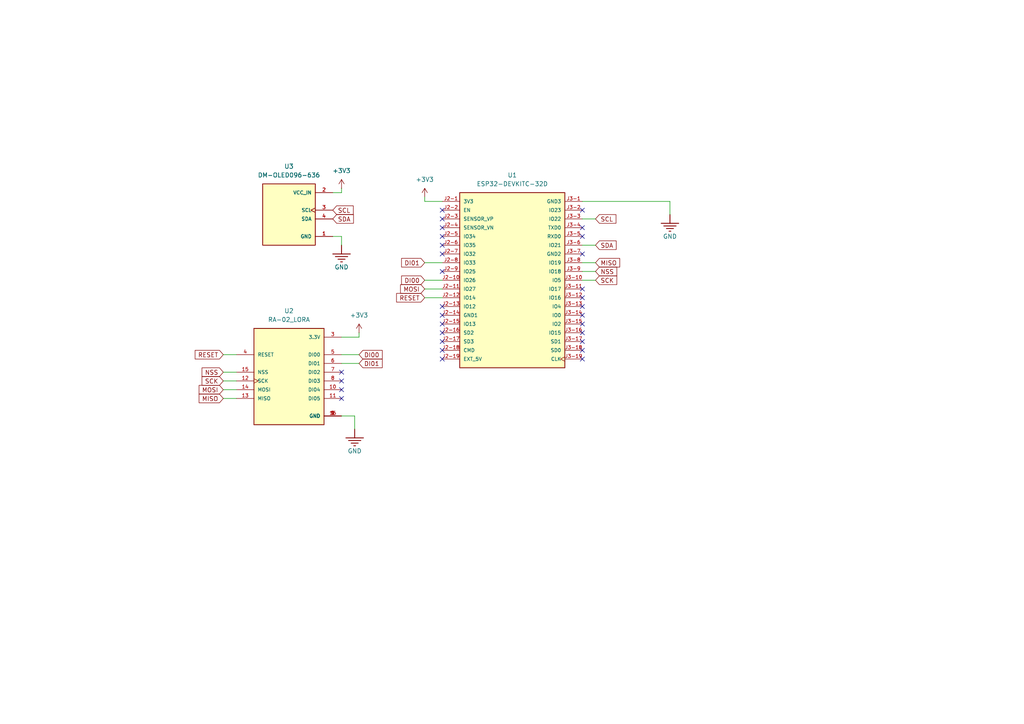
<source format=kicad_sch>
(kicad_sch (version 20231120) (generator "eeschema") (generator_version "8.0")
  (paper "A4")
  (title_block (title "VayuVani Ground Station Hardware") (date "2024-11-25") (rev "0.1"))
  (lib_symbols
    (symbol "BM04B-SRSS-TB_LF__SN_:GND" (power)
      (property "Reference" "#PWR" (at 0 0 0))
      (property "Value" "GND" (at 0 6.35 0))
      (symbol "GND_0_0"
        (polyline (pts (xy -2.54 -2.54) (xy 2.54 -2.54)) (stroke (width 0.254)))
        (polyline (pts (xy -1.778 -3.302) (xy 1.778 -3.302)) (stroke (width 0.254)))
        (polyline (pts (xy -1.016 -4.064) (xy 1.016 -4.064)) (stroke (width 0.254)))
        (polyline (pts (xy -0.254 -4.826) (xy 0.254 -4.826)) (stroke (width 0.254)))
        (polyline (pts (xy 0 0) (xy 0 -2.54)) (stroke (width 0.254)))
        (pin power_in line (at 0 0 0) (length 0) hide (name "GND") (number ""))
      )
    )
    (symbol "DM-OLED096-636:DM-OLED096-636" (pin_names (offset 1.016))
      (property "Reference" "U" (at -7.62 10.922 0))
      (property "Value" "DM-OLED096-636" (at -7.62 -10.16 0))
      (symbol "DM-OLED096-636_0_0"
        (rectangle (start -7.62 -7.62) (end 7.62 10.16) (stroke (width 0.254)) (fill (type background)))
        (pin power_in line (at 12.7 -5.08 180) (length 5.08) (name "GND") (number "1"))
        (pin power_in line (at 12.7 7.62 180) (length 5.08) (name "VCC_IN") (number "2"))
        (pin input clock (at 12.7 2.54 180) (length 5.08) (name "SCL") (number "3"))
        (pin bidirectional line (at 12.7 0 180) (length 5.08) (name "SDA") (number "4"))
      )
    )
    (symbol "ESP32-DEVKITC-32D:ESP32-DEVKITC-32D" (pin_names (offset 1.016))
      (property "Reference" "U" (at -15.2572 26.0643 0))
      (property "Value" "ESP32-DEVKITC-32D" (at -15.2563 -27.9698 0))
      (symbol "ESP32-DEVKITC-32D_0_0"
        (rectangle (start -15.24 -25.4) (end 15.24 25.4) (stroke (width 0.254)) (fill (type background)))
        (pin power_in line (at -20.32 22.86 0) (length 5.08) (name "3V3") (number "J2-1"))
        (pin bidirectional line (at -20.32 0 0) (length 5.08) (name "IO26") (number "J2-10"))
        (pin bidirectional line (at -20.32 -2.54 0) (length 5.08) (name "IO27") (number "J2-11"))
        (pin bidirectional line (at -20.32 -5.08 0) (length 5.08) (name "IO14") (number "J2-12"))
        (pin bidirectional line (at -20.32 -7.62 0) (length 5.08) (name "IO12") (number "J2-13"))
        (pin power_in line (at -20.32 -10.16 0) (length 5.08) (name "GND1") (number "J2-14"))
        (pin bidirectional line (at -20.32 -12.7 0) (length 5.08) (name "IO13") (number "J2-15"))
        (pin bidirectional line (at -20.32 -15.24 0) (length 5.08) (name "SD2") (number "J2-16"))
        (pin bidirectional line (at -20.32 -17.78 0) (length 5.08) (name "SD3") (number "J2-17"))
        (pin bidirectional line (at -20.32 -20.32 0) (length 5.08) (name "CMD") (number "J2-18"))
        (pin power_in line (at -20.32 -22.86 0) (length 5.08) (name "EXT_5V") (number "J2-19"))
        (pin input line (at -20.32 20.32 0) (length 5.08) (name "EN") (number "J2-2"))
        (pin input line (at -20.32 17.78 0) (length 5.08) (name "SENSOR_VP") (number "J2-3"))
        (pin input line (at -20.32 15.24 0) (length 5.08) (name "SENSOR_VN") (number "J2-4"))
        (pin bidirectional line (at -20.32 12.7 0) (length 5.08) (name "IO34") (number "J2-5"))
        (pin bidirectional line (at -20.32 10.16 0) (length 5.08) (name "IO35") (number "J2-6"))
        (pin bidirectional line (at -20.32 7.62 0) (length 5.08) (name "IO32") (number "J2-7"))
        (pin bidirectional line (at -20.32 5.08 0) (length 5.08) (name "IO33") (number "J2-8"))
        (pin bidirectional line (at -20.32 2.54 0) (length 5.08) (name "IO25") (number "J2-9"))
        (pin power_in line (at 20.32 22.86 180) (length 5.08) (name "GND3") (number "J3-1"))
        (pin bidirectional line (at 20.32 0 180) (length 5.08) (name "IO5") (number "J3-10"))
        (pin bidirectional line (at 20.32 -2.54 180) (length 5.08) (name "IO17") (number "J3-11"))
        (pin bidirectional line (at 20.32 -5.08 180) (length 5.08) (name "IO16") (number "J3-12"))
        (pin bidirectional line (at 20.32 -7.62 180) (length 5.08) (name "IO4") (number "J3-13"))
        (pin bidirectional line (at 20.32 -10.16 180) (length 5.08) (name "IO0") (number "J3-14"))
        (pin bidirectional line (at 20.32 -12.7 180) (length 5.08) (name "IO2") (number "J3-15"))
        (pin bidirectional line (at 20.32 -15.24 180) (length 5.08) (name "IO15") (number "J3-16"))
        (pin bidirectional line (at 20.32 -17.78 180) (length 5.08) (name "SD1") (number "J3-17"))
        (pin bidirectional line (at 20.32 -20.32 180) (length 5.08) (name "SD0") (number "J3-18"))
        (pin input clock (at 20.32 -22.86 180) (length 5.08) (name "CLK") (number "J3-19"))
        (pin bidirectional line (at 20.32 20.32 180) (length 5.08) (name "IO23") (number "J3-2"))
        (pin bidirectional line (at 20.32 17.78 180) (length 5.08) (name "IO22") (number "J3-3"))
        (pin output line (at 20.32 15.24 180) (length 5.08) (name "TXD0") (number "J3-4"))
        (pin input line (at 20.32 12.7 180) (length 5.08) (name "RXD0") (number "J3-5"))
        (pin bidirectional line (at 20.32 10.16 180) (length 5.08) (name "IO21") (number "J3-6"))
        (pin power_in line (at 20.32 7.62 180) (length 5.08) (name "GND2") (number "J3-7"))
        (pin bidirectional line (at 20.32 5.08 180) (length 5.08) (name "IO19") (number "J3-8"))
        (pin bidirectional line (at 20.32 2.54 180) (length 5.08) (name "IO18") (number "J3-9"))
      )
    )
    (symbol "RA-02_LORA:RA-02_LORA" (pin_names (offset 1.016))
      (property "Reference" "U" (at -10.16 16.51 0))
      (property "Value" "RA-02_LORA" (at -10.16 -13.97 0))
      (symbol "RA-02_LORA_0_0"
        (rectangle (start -10.16 -12.7) (end 10.16 15.24) (stroke (width 0.254)) (fill (type background)))
        (pin power_in line (at 15.24 -10.16 180) (length 5.08) (name "GND") (number "1"))
        (pin bidirectional line (at 15.24 -2.54 180) (length 5.08) (name "DI04") (number "10"))
        (pin bidirectional line (at 15.24 -5.08 180) (length 5.08) (name "DI05") (number "11"))
        (pin input clock (at -15.24 0 0) (length 5.08) (name "SCK") (number "12"))
        (pin output line (at -15.24 -5.08 0) (length 5.08) (name "MISO") (number "13"))
        (pin input line (at -15.24 -2.54 0) (length 5.08) (name "MOSI") (number "14"))
        (pin input line (at -15.24 2.54 0) (length 5.08) (name "NSS") (number "15"))
        (pin power_in line (at 15.24 -10.16 180) (length 5.08) (name "GND") (number "16"))
        (pin power_in line (at 15.24 -10.16 180) (length 5.08) (name "GND") (number "2"))
        (pin power_in line (at 15.24 12.7 180) (length 5.08) (name "3.3V") (number "3"))
        (pin input line (at -15.24 7.62 0) (length 5.08) (name "RESET") (number "4"))
        (pin bidirectional line (at 15.24 7.62 180) (length 5.08) (name "DI00") (number "5"))
        (pin bidirectional line (at 15.24 5.08 180) (length 5.08) (name "DI01") (number "6"))
        (pin bidirectional line (at 15.24 2.54 180) (length 5.08) (name "DI02") (number "7"))
        (pin bidirectional line (at 15.24 0 180) (length 5.08) (name "DI03") (number "8"))
        (pin power_in line (at 15.24 -10.16 180) (length 5.08) (name "GND") (number "9"))
      )
    )
    (symbol "power:+3V3" (power) (pin_numbers hide) (pin_names (offset 0) hide)
      (property "Value" "+3V3" (at 0 3.556 0))
      (symbol "+3V3_0_1"
        (polyline (pts (xy -0.762 1.27) (xy 0 2.54)))
        (polyline (pts (xy 0 0) (xy 0 2.54)))
        (polyline (pts (xy 0 2.54) (xy 0.762 1.27)))
      )
      (symbol "+3V3_1_1"
        (pin power_in line (at 0 0 90) (length 0) (name "~") (number "1"))
      )
    )
  )
  (no_connect (at 168.91 66.04))
  (no_connect (at 128.27 63.5))
  (no_connect (at 99.06 113.03))
  (no_connect (at 168.91 91.44))
  (no_connect (at 168.91 86.36))
  (no_connect (at 128.27 88.9))
  (no_connect (at 168.91 68.58))
  (no_connect (at 168.91 83.82))
  (no_connect (at 168.91 99.06))
  (no_connect (at 168.91 73.66))
  (no_connect (at 128.27 91.44))
  (no_connect (at 168.91 101.6))
  (no_connect (at 128.27 99.06))
  (no_connect (at 168.91 104.14))
  (no_connect (at 168.91 96.52))
  (no_connect (at 99.06 115.57))
  (no_connect (at 128.27 66.04))
  (no_connect (at 128.27 73.66))
  (no_connect (at 128.27 60.96))
  (no_connect (at 128.27 96.52))
  (no_connect (at 128.27 68.58))
  (no_connect (at 99.06 107.95))
  (no_connect (at 128.27 78.74))
  (no_connect (at 128.27 93.98))
  (no_connect (at 99.06 110.49))
  (no_connect (at 168.91 60.96))
  (no_connect (at 128.27 101.6))
  (no_connect (at 168.91 93.98))
  (no_connect (at 168.91 88.9))
  (no_connect (at 128.27 71.12))
  (no_connect (at 128.27 104.14))
  (wire (pts (xy 102.87 120.65) (xy 102.87 124.46)))
  (wire (pts (xy 99.06 54.61) (xy 99.06 55.88)))
  (wire (pts (xy 64.77 102.87) (xy 68.58 102.87)))
  (wire (pts (xy 194.31 58.42) (xy 194.31 62.23)))
  (wire (pts (xy 64.77 110.49) (xy 68.58 110.49)))
  (wire (pts (xy 96.52 68.58) (xy 99.06 68.58)))
  (wire (pts (xy 104.14 96.52) (xy 104.14 97.79)))
  (wire (pts (xy 168.91 76.2) (xy 172.72 76.2)))
  (wire (pts (xy 168.91 58.42) (xy 194.31 58.42)))
  (wire (pts (xy 99.06 68.58) (xy 99.06 71.12)))
  (wire (pts (xy 96.52 55.88) (xy 99.06 55.88)))
  (wire (pts (xy 99.06 97.79) (xy 104.14 97.79)))
  (wire (pts (xy 168.91 78.74) (xy 172.72 78.74)))
  (wire (pts (xy 168.91 71.12) (xy 172.72 71.12)))
  (wire (pts (xy 123.19 86.36) (xy 128.27 86.36)))
  (wire (pts (xy 99.06 102.87) (xy 104.14 102.87)))
  (wire (pts (xy 64.77 107.95) (xy 68.58 107.95)))
  (wire (pts (xy 123.19 58.42) (xy 128.27 58.42)))
  (wire (pts (xy 64.77 113.03) (xy 68.58 113.03)))
  (wire (pts (xy 168.91 63.5) (xy 172.72 63.5)))
  (wire (pts (xy 123.19 76.2) (xy 128.27 76.2)))
  (wire (pts (xy 123.19 57.15) (xy 123.19 58.42)))
  (wire (pts (xy 168.91 81.28) (xy 172.72 81.28)))
  (wire (pts (xy 99.06 105.41) (xy 104.14 105.41)))
  (wire (pts (xy 99.06 120.65) (xy 102.87 120.65)))
  (wire (pts (xy 123.19 81.28) (xy 128.27 81.28)))
  (wire (pts (xy 64.77 115.57) (xy 68.58 115.57)))
  (wire (pts (xy 123.19 83.82) (xy 128.27 83.82)))
  (global_label "SCK" (shape input) (at 172.72 81.28 0) (property "Intersheetrefs" "${INTERSHEET_REFS}" (effects (hide yes))))
  (global_label "MISO" (shape input) (at 172.72 76.2 0) (property "Intersheetrefs" "${INTERSHEET_REFS}" (effects (hide yes))))
  (global_label "MOSI" (shape input) (at 64.77 113.03 180) (property "Intersheetrefs" "${INTERSHEET_REFS}" (effects (hide yes))))
  (global_label "DI01" (shape input) (at 104.14 105.41 0) (property "Intersheetrefs" "${INTERSHEET_REFS}" (effects (hide yes))))
  (global_label "MOSI" (shape input) (at 123.19 83.82 180) (property "Intersheetrefs" "${INTERSHEET_REFS}" (effects (hide yes))))
  (global_label "SCL" (shape input) (at 96.52 60.96 0) (property "Intersheetrefs" "${INTERSHEET_REFS}" (effects (hide yes))))
  (global_label "MISO" (shape input) (at 64.77 115.57 180) (property "Intersheetrefs" "${INTERSHEET_REFS}" (effects (hide yes))))
  (global_label "SDA" (shape input) (at 96.52 63.5 0) (property "Intersheetrefs" "${INTERSHEET_REFS}" (effects (hide yes))))
  (global_label "NSS" (shape input) (at 172.72 78.74 0) (property "Intersheetrefs" "${INTERSHEET_REFS}" (effects (hide yes))))
  (global_label "RESET" (shape input) (at 64.77 102.87 180) (property "Intersheetrefs" "${INTERSHEET_REFS}" (effects (hide yes))))
  (global_label "DI01" (shape input) (at 123.19 76.2 180) (property "Intersheetrefs" "${INTERSHEET_REFS}" (effects (hide yes))))
  (global_label "DI00" (shape input) (at 104.14 102.87 0) (property "Intersheetrefs" "${INTERSHEET_REFS}" (effects (hide yes))))
  (global_label "SDA" (shape input) (at 172.72 71.12 0) (property "Intersheetrefs" "${INTERSHEET_REFS}" (effects (hide yes))))
  (global_label "SCL" (shape input) (at 172.72 63.5 0) (property "Intersheetrefs" "${INTERSHEET_REFS}" (effects (hide yes))))
  (global_label "DI00" (shape input) (at 123.19 81.28 180) (property "Intersheetrefs" "${INTERSHEET_REFS}" (effects (hide yes))))
  (global_label "NSS" (shape input) (at 64.77 107.95 180) (property "Intersheetrefs" "${INTERSHEET_REFS}" (effects (hide yes))))
  (global_label "RESET" (shape input) (at 123.19 86.36 180) (property "Intersheetrefs" "${INTERSHEET_REFS}" (effects (hide yes))))
  (global_label "SCK" (shape input) (at 64.77 110.49 180) (property "Intersheetrefs" "${INTERSHEET_REFS}" (effects (hide yes))))
  (symbol (lib_id "power:+3V3") (at 104.14 96.52 0) (unit 1)
    (property "Reference" "#PWR05" (effects (hide yes)))
    (property "Value" "+3V3" (at 104.14 91.44 0))
    (property "Description" "Power symbol creates a global label with name \"+3V3\"" (effects (hide yes)))
  )
  (symbol (lib_id "BM04B-SRSS-TB_LF__SN_:GND") (at 99.06 71.12 0) (unit 1)
    (property "Reference" "#PWR03" (effects (hide yes)))
    (property "Value" "GND" (at 99.06 77.47 0))
    (property "Description" "Power symbol creates a global label with name 'GND'" (effects (hide yes)))
  )
  (symbol (lib_id "BM04B-SRSS-TB_LF__SN_:GND") (at 102.87 124.46 0) (unit 1)
    (property "Reference" "#PWR01" (effects (hide yes)))
    (property "Value" "GND" (at 102.87 130.81 0))
    (property "Description" "Power symbol creates a global label with name 'GND'" (effects (hide yes)))
  )
  (symbol (lib_id "ESP32-DEVKITC-32D:ESP32-DEVKITC-32D") (at 148.59 81.28 0) (unit 1)
    (property "Reference" "U1" (at 148.59 50.8 0))
    (property "Value" "ESP32-DEVKITC-32D" (at 148.59 53.34 0))
    (property "Footprint" "ESP32-DEVKITC-32D:MODULE_ESP32-DEVKITC-32D" (effects (hide yes)))
    (property "MF" "Espressif Systems" (effects (hide yes)))
    (property "MAXIMUM_PACKAGE_HEIGHT" "N/A" (effects (hide yes)))
    (property "Package" "None" (effects (hide yes)))
    (property "Price" "None" (effects (hide yes)))
    (property "Check_prices" "https://www.snapeda.com/parts/ESP32-DEVKITC-32D/Espressif+Systems/view-part/?ref=eda" (effects (hide yes)))
    (property "STANDARD" "Manufacturer Recommendations" (effects (hide yes)))
    (property "PARTREV" "V4" (effects (hide yes)))
    (property "SnapEDA_Link" "https://www.snapeda.com/parts/ESP32-DEVKITC-32D/Espressif+Systems/view-part/?ref=snap" (effects (hide yes)))
    (property "MP" "ESP32-DEVKITC-32D" (effects (hide yes)))
    (property "Description_1" "\nWiFi Development Tools (802.11) ESP32 General Development Kit, ESP32-WROOM-32D on the board\n" (effects (hide yes)))
    (property "MANUFACTURER" "Espressif Systems" (effects (hide yes)))
    (property "Availability" "In Stock" (effects (hide yes)))
    (property "SNAPEDA_PN" "ESP32-DEVKITC-32D" (effects (hide yes)))
  )
  (symbol (lib_id "BM04B-SRSS-TB_LF__SN_:GND") (at 194.31 62.23 0) (unit 1)
    (property "Reference" "#PWR02" (effects (hide yes)))
    (property "Value" "GND" (at 194.31 68.58 0))
    (property "Description" "Power symbol creates a global label with name 'GND'" (effects (hide yes)))
  )
  (symbol (lib_id "power:+3V3") (at 123.19 57.15 0) (unit 1)
    (property "Reference" "#PWR04" (effects (hide yes)))
    (property "Value" "+3V3" (at 123.19 52.07 0))
    (property "Description" "Power symbol creates a global label with name \"+3V3\"" (effects (hide yes)))
  )
  (symbol (lib_id "DM-OLED096-636:DM-OLED096-636") (at 83.82 63.5 0) (unit 1)
    (property "Reference" "U3" (at 83.82 48.26 0))
    (property "Value" "DM-OLED096-636" (at 83.82 50.8 0))
    (property "Footprint" "DM-OLED096-636:MODULE_DM-OLED096-636" (effects (hide yes)))
    (property "MF" "Display Module" (effects (hide yes)))
    (property "MAXIMUM_PACKAGE_HEIGHT" "11.3 mm" (effects (hide yes)))
    (property "Package" "Package" (effects (hide yes)))
    (property "Price" "None" (effects (hide yes)))
    (property "Check_prices" "https://www.snapeda.com/parts/DM-OLED096-636/Display+Module/view-part/?ref=eda" (effects (hide yes)))
    (property "STANDARD" "Manufacturer Recommendations" (effects (hide yes)))
    (property "PARTREV" "2018-09-10" (effects (hide yes)))
    (property "SnapEDA_Link" "https://www.snapeda.com/parts/DM-OLED096-636/Display+Module/view-part/?ref=snap" (effects (hide yes)))
    (property "MP" "DM-OLED096-636" (effects (hide yes)))
    (property "Description_1" "\n0.96” 128 X 64 MONOCHROME GRAPHIC OLED DISPLAY MODULE - I2C\n" (effects (hide yes)))
    (property "Availability" "Not in stock" (effects (hide yes)))
    (property "MANUFACTURER" "Displaymodule" (effects (hide yes)))
  )
  (symbol (lib_id "power:+3V3") (at 99.06 54.61 0) (unit 1)
    (property "Reference" "#PWR06" (effects (hide yes)))
    (property "Value" "+3V3" (at 99.06 49.53 0))
    (property "Description" "Power symbol creates a global label with name \"+3V3\"" (effects (hide yes)))
  )
  (symbol (lib_id "RA-02_LORA:RA-02_LORA") (at 83.82 110.49 0) (unit 1)
    (property "Reference" "U2" (at 83.82 90.17 0))
    (property "Value" "RA-02_LORA" (at 83.82 92.71 0))
    (property "Footprint" "lora v2:lora V2" (effects (hide yes)))
    (property "MF" "AI-Thinker" (effects (hide yes)))
    (property "MAXIMUM_PACKAGE_HEIGHT" "3.3mm" (effects (hide yes)))
    (property "Package" "None" (effects (hide yes)))
    (property "Price" "None" (effects (hide yes)))
    (property "Check_prices" "https://www.snapeda.com/parts/Ra-02%20LoRa/AI-Thinker/view-part/?ref=eda" (effects (hide yes)))
    (property "STANDARD" "Manufacturer Recommendations" (effects (hide yes)))
    (property "PARTREV" "2018/03/02" (effects (hide yes)))
    (property "SnapEDA_Link" "https://www.snapeda.com/parts/Ra-02%20LoRa/AI-Thinker/view-part/?ref=snap" (effects (hide yes)))
    (property "MP" "Ra-02 LoRa" (effects (hide yes)))
    (property "Description_1" "\nRa-02 LoRa RF M5Stack Platform Evaluation Expansion Board\n" (effects (hide yes)))
    (property "Availability" "Not in stock" (effects (hide yes)))
    (property "MANUFACTURER" "Ai-Thinker" (effects (hide yes)))
  )
)
</source>
